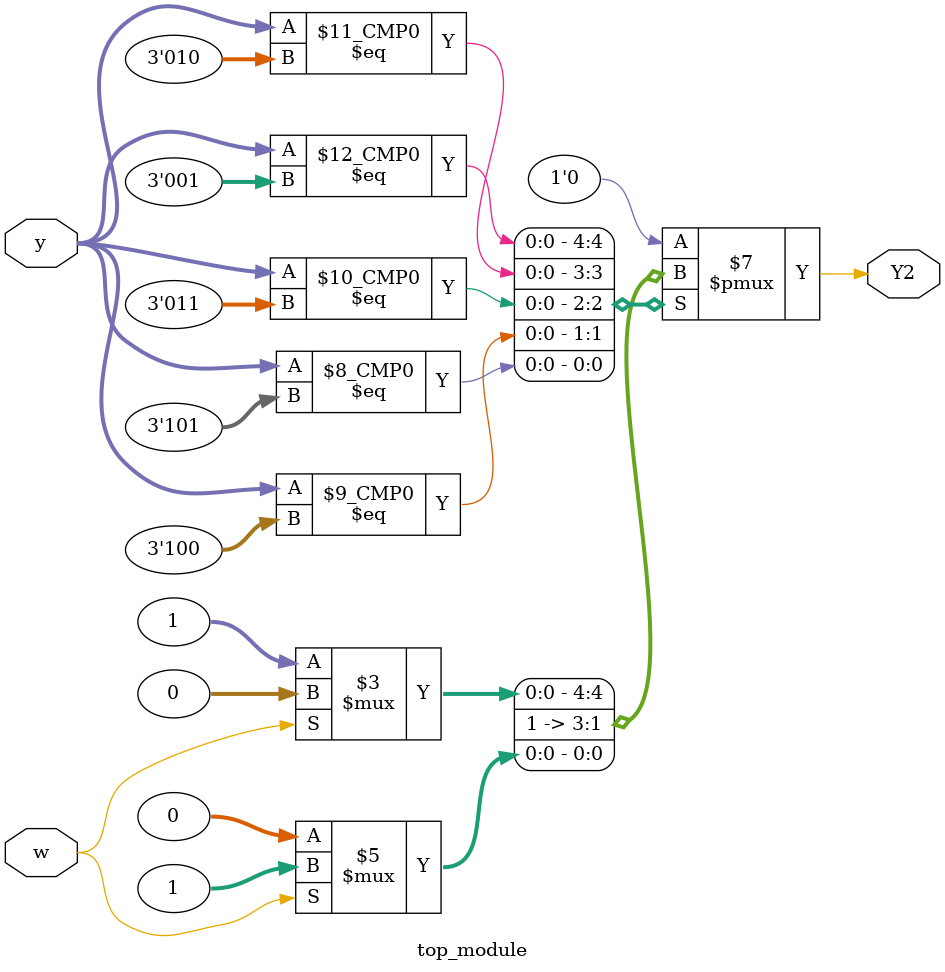
<source format=sv>
module top_module(
	input [3:1] y,
	input w,
	output reg Y2);

	// State encoding
	parameter A = 3'b000;
	parameter B = 3'b001;
	parameter C = 3'b010;
	parameter D = 3'b011;
	parameter E = 3'b100;
	parameter F = 3'b101;
	
	always @(*) begin
		case (y)
			A: Y2 = 0;
			B: Y2 = (w == 0) ? 1 : 0;
			C: Y2 = 1;
			D: Y2 = 1;
			E: Y2 = 1;
			F: Y2 = (w == 0) ? 0 : 1;
			default: Y2 = 0;
		endcase
	end
	
endmodule

</source>
